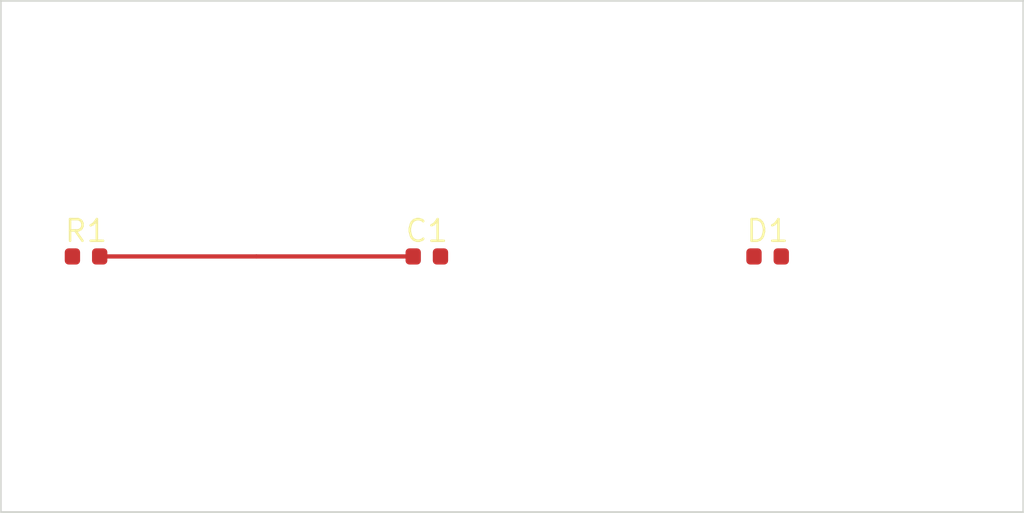
<source format=kicad_pcb>
(kicad_pcb (version 20240108) (generator "kicadtools_test") (generator_version "8.0")
  (title_block (title "Test Project PCB") (date "2024-12-30") (rev "1.0") (company "KiCad Tools Test"))
  (layers (0 "F.Cu" signal) (31 "B.Cu" signal) (36 "B.SilkS" user "B.Silkscreen") (37 "F.SilkS" user "F.Silkscreen") (38 "B.Mask" user) (39 "F.Mask" user) (44 "Edge.Cuts" user))
  (net 0 "")
  (net 1 "VIN")
  (net 2 "GND")
  (net 3 "NET1")
  (gr_rect (start 95 35) (end 155 65) (stroke (width 0.1)) (fill none) (layer "Edge.Cuts"))
  (footprint "Resistor_SMD:R_0603_1608Metric" (layer "F.Cu") (at 100 50)
    (property "Reference" "R1" (at 0 -1.5) (layer "F.SilkS"))
    (property "Value" "1k")
    (pad "1" smd roundrect (at -0.8 0) (size 0.9 0.95) (layers "F.Cu" "F.Paste" "F.Mask") (net 1 "VIN"))
    (pad "2" smd roundrect (at 0.8 0) (size 0.9 0.95) (layers "F.Cu" "F.Paste" "F.Mask") (net 3 "NET1"))
  )
  (footprint "Capacitor_SMD:C_0603_1608Metric" (layer "F.Cu") (at 120 50)
    (property "Reference" "C1" (at 0 -1.5) (layer "F.SilkS"))
    (property "Value" "100nF")
    (pad "1" smd roundrect (at -0.8 0) (size 0.9 0.95) (layers "F.Cu" "F.Paste" "F.Mask") (net 3 "NET1"))
    (pad "2" smd roundrect (at 0.8 0) (size 0.9 0.95) (layers "F.Cu" "F.Paste" "F.Mask") (net 2 "GND"))
  )
  (footprint "LED_SMD:LED_0603_1608Metric" (layer "F.Cu") (at 140 50)
    (property "Reference" "D1" (at 0 -1.5) (layer "F.SilkS"))
    (property "Value" "LED_Green")
    (pad "1" smd roundrect (at -0.8 0) (size 0.9 0.95) (layers "F.Cu" "F.Paste" "F.Mask") (net 3 "NET1"))
    (pad "2" smd roundrect (at 0.8 0) (size 0.9 0.95) (layers "F.Cu" "F.Paste" "F.Mask") (net 2 "GND"))
  )
  (segment (start 100.8 50) (end 110 50) (width 0.25) (layer "F.Cu") (net 3))
  (segment (start 110 50) (end 119.2 50) (width 0.25) (layer "F.Cu") (net 3))
)
</source>
